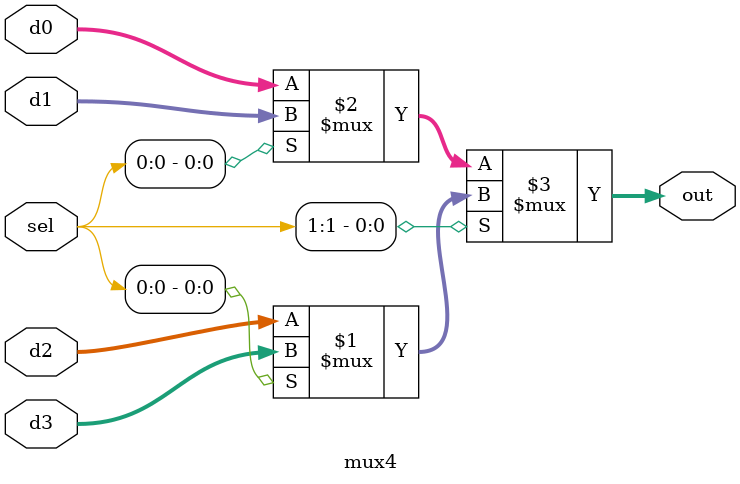
<source format=v>
/*
module mux4
4-to-1 multiplexer for RISC-V processor

d0, d1, d2, d3 [input]  32-bit data inputs
sel            [input]  2-bit selection signal
out            [output] 32-bit selected output
*/

module mux4 (
    input  wire [31:0] d0,
    input  wire [31:0] d1,
    input  wire [31:0] d2,
    input  wire [31:0] d3,
    input  wire [1:0]  sel,
    output wire [31:0] out
);

    //MUX 4:1
    assign out = (sel[1]) ? ((sel[0]) ? d3 : d2) : ((sel[0]) ? d1 : d0);
    
endmodule
</source>
